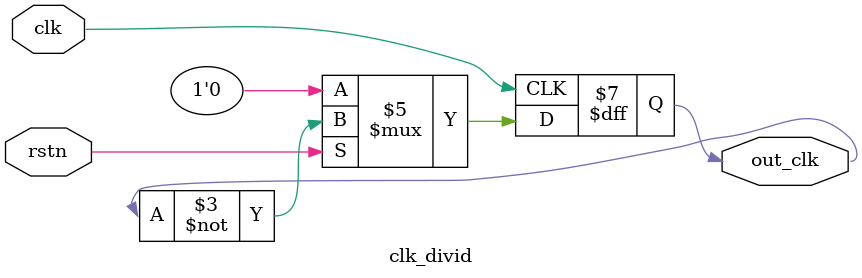
<source format=v>
module clk_divid(clk, rstn, out_clk);

    input      clk;
    input      rstn;
    output reg out_clk;

    always @(posedge clk) begin
        if (!rstn) begin
            out_clk <= 1'b0;
        end else begin
            out_clk <= ~out_clk;
        end
    end

endmodule
</source>
